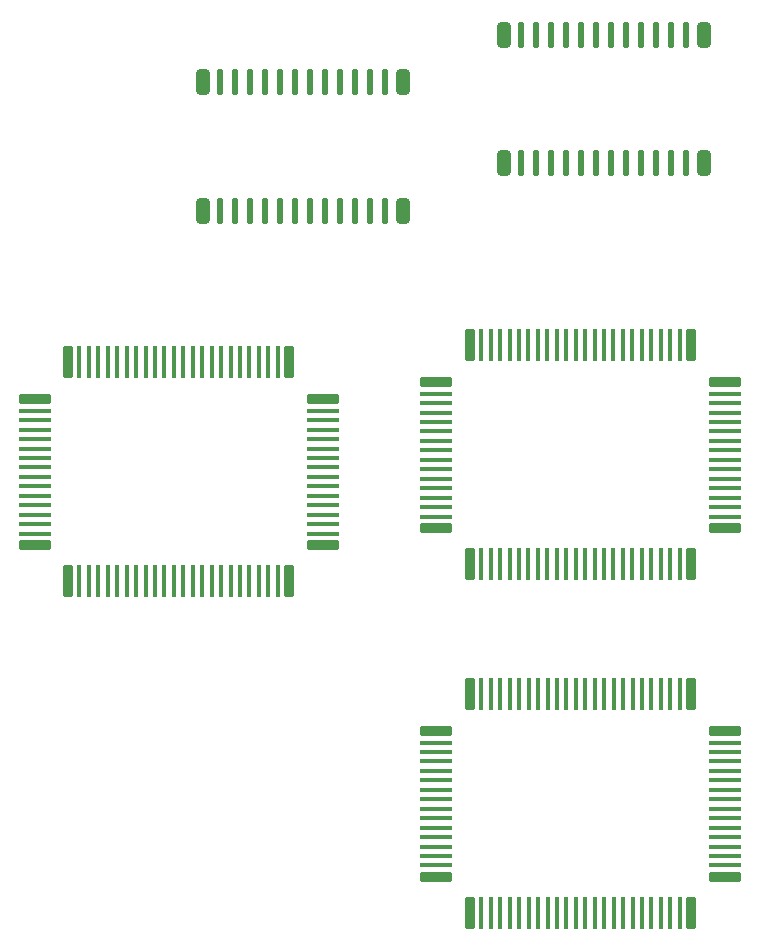
<source format=gtp>
G04 #@! TF.GenerationSoftware,KiCad,Pcbnew,7.0.7*
G04 #@! TF.CreationDate,2023-09-20T17:37:20+02:00*
G04 #@! TF.ProjectId,PCE,5043452e-6b69-4636-9164-5f7063625858,rev?*
G04 #@! TF.SameCoordinates,Original*
G04 #@! TF.FileFunction,Paste,Top*
G04 #@! TF.FilePolarity,Positive*
%FSLAX46Y46*%
G04 Gerber Fmt 4.6, Leading zero omitted, Abs format (unit mm)*
G04 Created by KiCad (PCBNEW 7.0.7) date 2023-09-20 17:37:20*
%MOMM*%
%LPD*%
G01*
G04 APERTURE LIST*
G04 Aperture macros list*
%AMRoundRect*
0 Rectangle with rounded corners*
0 $1 Rounding radius*
0 $2 $3 $4 $5 $6 $7 $8 $9 X,Y pos of 4 corners*
0 Add a 4 corners polygon primitive as box body*
4,1,4,$2,$3,$4,$5,$6,$7,$8,$9,$2,$3,0*
0 Add four circle primitives for the rounded corners*
1,1,$1+$1,$2,$3*
1,1,$1+$1,$4,$5*
1,1,$1+$1,$6,$7*
1,1,$1+$1,$8,$9*
0 Add four rect primitives between the rounded corners*
20,1,$1+$1,$2,$3,$4,$5,0*
20,1,$1+$1,$4,$5,$6,$7,0*
20,1,$1+$1,$6,$7,$8,$9,0*
20,1,$1+$1,$8,$9,$2,$3,0*%
G04 Aperture macros list end*
%ADD10RoundRect,0.207500X-0.207500X-1.181875X0.207500X-1.181875X0.207500X1.181875X-0.207500X1.181875X0*%
%ADD11RoundRect,0.103750X-0.103750X-1.285625X0.103750X-1.285625X0.103750X1.285625X-0.103750X1.285625X0*%
%ADD12RoundRect,0.207500X1.181875X-0.207500X1.181875X0.207500X-1.181875X0.207500X-1.181875X-0.207500X0*%
%ADD13RoundRect,0.103750X1.285625X-0.103750X1.285625X0.103750X-1.285625X0.103750X-1.285625X-0.103750X0*%
%ADD14RoundRect,0.285000X-0.285000X-0.793750X0.285000X-0.793750X0.285000X0.793750X-0.285000X0.793750X0*%
%ADD15RoundRect,0.142500X-0.142500X-0.936250X0.142500X-0.936250X0.142500X0.936250X-0.142500X0.936250X0*%
G04 APERTURE END LIST*
D10*
X117642600Y-82836000D03*
D11*
X118582600Y-82836000D03*
X119382600Y-82836000D03*
X120182600Y-82836000D03*
X120982600Y-82836000D03*
X121782600Y-82836000D03*
X122582600Y-82836000D03*
X123382600Y-82836000D03*
X124182600Y-82836000D03*
X124982600Y-82836000D03*
X125782600Y-82836000D03*
X126582600Y-82836000D03*
X127382600Y-82836000D03*
X128182600Y-82836000D03*
X128982600Y-82836000D03*
X129782600Y-82836000D03*
X130582600Y-82836000D03*
X131382600Y-82836000D03*
X132182600Y-82836000D03*
X132982600Y-82836000D03*
X133782600Y-82836000D03*
X134582600Y-82836000D03*
X135382600Y-82836000D03*
D10*
X136362600Y-82836000D03*
D12*
X139212600Y-79756000D03*
D13*
X139212600Y-78816000D03*
X139212600Y-78016000D03*
X139212600Y-77216000D03*
X139212600Y-76416000D03*
X139212600Y-75616000D03*
X139212600Y-74816000D03*
X139212600Y-74016000D03*
X139212600Y-73216000D03*
X139212600Y-72416000D03*
X139212600Y-71616000D03*
X139212600Y-70816000D03*
X139212600Y-70016000D03*
X139212600Y-69216000D03*
X139212600Y-68416000D03*
D12*
X139212600Y-67416000D03*
D10*
X136362600Y-64296000D03*
D11*
X135382600Y-64296000D03*
X134582600Y-64296000D03*
X133782600Y-64296000D03*
X132982600Y-64296000D03*
X132182600Y-64296000D03*
X131382600Y-64296000D03*
X130582600Y-64296000D03*
X129782600Y-64296000D03*
X128982600Y-64296000D03*
X128182600Y-64296000D03*
X127382600Y-64296000D03*
X126582600Y-64296000D03*
X125782600Y-64296000D03*
X124982600Y-64296000D03*
X124182600Y-64296000D03*
X123382600Y-64296000D03*
X122582600Y-64296000D03*
X121782600Y-64296000D03*
X120982600Y-64296000D03*
X120182600Y-64296000D03*
X119382600Y-64296000D03*
X118582600Y-64296000D03*
D10*
X117642600Y-64296000D03*
D12*
X114782600Y-67416000D03*
D13*
X114782600Y-68416000D03*
X114782600Y-69216000D03*
X114782600Y-70016000D03*
X114782600Y-70816000D03*
X114782600Y-71616000D03*
X114782600Y-72416000D03*
X114782600Y-73216000D03*
X114782600Y-74016000D03*
X114782600Y-74816000D03*
X114782600Y-75616000D03*
X114782600Y-76416000D03*
X114782600Y-77216000D03*
X114782600Y-78016000D03*
X114782600Y-78816000D03*
D12*
X114782600Y-79756000D03*
D10*
X151677000Y-110928400D03*
D11*
X152617000Y-110928400D03*
X153417000Y-110928400D03*
X154217000Y-110928400D03*
X155017000Y-110928400D03*
X155817000Y-110928400D03*
X156617000Y-110928400D03*
X157417000Y-110928400D03*
X158217000Y-110928400D03*
X159017000Y-110928400D03*
X159817000Y-110928400D03*
X160617000Y-110928400D03*
X161417000Y-110928400D03*
X162217000Y-110928400D03*
X163017000Y-110928400D03*
X163817000Y-110928400D03*
X164617000Y-110928400D03*
X165417000Y-110928400D03*
X166217000Y-110928400D03*
X167017000Y-110928400D03*
X167817000Y-110928400D03*
X168617000Y-110928400D03*
X169417000Y-110928400D03*
D10*
X170397000Y-110928400D03*
D12*
X173247000Y-107848400D03*
D13*
X173247000Y-106908400D03*
X173247000Y-106108400D03*
X173247000Y-105308400D03*
X173247000Y-104508400D03*
X173247000Y-103708400D03*
X173247000Y-102908400D03*
X173247000Y-102108400D03*
X173247000Y-101308400D03*
X173247000Y-100508400D03*
X173247000Y-99708400D03*
X173247000Y-98908400D03*
X173247000Y-98108400D03*
X173247000Y-97308400D03*
X173247000Y-96508400D03*
D12*
X173247000Y-95508400D03*
D10*
X170397000Y-92388400D03*
D11*
X169417000Y-92388400D03*
X168617000Y-92388400D03*
X167817000Y-92388400D03*
X167017000Y-92388400D03*
X166217000Y-92388400D03*
X165417000Y-92388400D03*
X164617000Y-92388400D03*
X163817000Y-92388400D03*
X163017000Y-92388400D03*
X162217000Y-92388400D03*
X161417000Y-92388400D03*
X160617000Y-92388400D03*
X159817000Y-92388400D03*
X159017000Y-92388400D03*
X158217000Y-92388400D03*
X157417000Y-92388400D03*
X156617000Y-92388400D03*
X155817000Y-92388400D03*
X155017000Y-92388400D03*
X154217000Y-92388400D03*
X153417000Y-92388400D03*
X152617000Y-92388400D03*
D10*
X151677000Y-92388400D03*
D12*
X148817000Y-95508400D03*
D13*
X148817000Y-96508400D03*
X148817000Y-97308400D03*
X148817000Y-98108400D03*
X148817000Y-98908400D03*
X148817000Y-99708400D03*
X148817000Y-100508400D03*
X148817000Y-101308400D03*
X148817000Y-102108400D03*
X148817000Y-102908400D03*
X148817000Y-103708400D03*
X148817000Y-104508400D03*
X148817000Y-105308400D03*
X148817000Y-106108400D03*
X148817000Y-106908400D03*
D12*
X148817000Y-107848400D03*
D14*
X154531400Y-47447200D03*
D15*
X155981400Y-47448450D03*
X157251400Y-47448450D03*
X158521400Y-47448450D03*
X159791400Y-47448450D03*
X161061400Y-47448450D03*
X162331400Y-47448450D03*
X163601400Y-47448450D03*
X164871400Y-47448450D03*
X166141400Y-47448450D03*
X167411400Y-47448450D03*
X168681400Y-47448450D03*
X169951400Y-47448450D03*
D14*
X171461400Y-47447200D03*
X171461400Y-36577200D03*
D15*
X169951400Y-36578450D03*
X168681400Y-36578450D03*
X167411400Y-36578450D03*
X166141400Y-36578450D03*
X164871400Y-36578450D03*
X163601400Y-36578450D03*
X162331400Y-36578450D03*
X161061400Y-36578450D03*
X159791400Y-36578450D03*
X158521400Y-36578450D03*
X157251400Y-36578450D03*
X155981400Y-36578450D03*
D14*
X154531400Y-36577200D03*
D10*
X151663200Y-81388200D03*
D11*
X152603200Y-81388200D03*
X153403200Y-81388200D03*
X154203200Y-81388200D03*
X155003200Y-81388200D03*
X155803200Y-81388200D03*
X156603200Y-81388200D03*
X157403200Y-81388200D03*
X158203200Y-81388200D03*
X159003200Y-81388200D03*
X159803200Y-81388200D03*
X160603200Y-81388200D03*
X161403200Y-81388200D03*
X162203200Y-81388200D03*
X163003200Y-81388200D03*
X163803200Y-81388200D03*
X164603200Y-81388200D03*
X165403200Y-81388200D03*
X166203200Y-81388200D03*
X167003200Y-81388200D03*
X167803200Y-81388200D03*
X168603200Y-81388200D03*
X169403200Y-81388200D03*
D10*
X170383200Y-81388200D03*
D12*
X173233200Y-78308200D03*
D13*
X173233200Y-77368200D03*
X173233200Y-76568200D03*
X173233200Y-75768200D03*
X173233200Y-74968200D03*
X173233200Y-74168200D03*
X173233200Y-73368200D03*
X173233200Y-72568200D03*
X173233200Y-71768200D03*
X173233200Y-70968200D03*
X173233200Y-70168200D03*
X173233200Y-69368200D03*
X173233200Y-68568200D03*
X173233200Y-67768200D03*
X173233200Y-66968200D03*
D12*
X173233200Y-65968200D03*
D10*
X170383200Y-62848200D03*
D11*
X169403200Y-62848200D03*
X168603200Y-62848200D03*
X167803200Y-62848200D03*
X167003200Y-62848200D03*
X166203200Y-62848200D03*
X165403200Y-62848200D03*
X164603200Y-62848200D03*
X163803200Y-62848200D03*
X163003200Y-62848200D03*
X162203200Y-62848200D03*
X161403200Y-62848200D03*
X160603200Y-62848200D03*
X159803200Y-62848200D03*
X159003200Y-62848200D03*
X158203200Y-62848200D03*
X157403200Y-62848200D03*
X156603200Y-62848200D03*
X155803200Y-62848200D03*
X155003200Y-62848200D03*
X154203200Y-62848200D03*
X153403200Y-62848200D03*
X152603200Y-62848200D03*
D10*
X151663200Y-62848200D03*
D12*
X148803200Y-65968200D03*
D13*
X148803200Y-66968200D03*
X148803200Y-67768200D03*
X148803200Y-68568200D03*
X148803200Y-69368200D03*
X148803200Y-70168200D03*
X148803200Y-70968200D03*
X148803200Y-71768200D03*
X148803200Y-72568200D03*
X148803200Y-73368200D03*
X148803200Y-74168200D03*
X148803200Y-74968200D03*
X148803200Y-75768200D03*
X148803200Y-76568200D03*
X148803200Y-77368200D03*
D12*
X148803200Y-78308200D03*
D14*
X129018400Y-51484600D03*
D15*
X130468400Y-51485850D03*
X131738400Y-51485850D03*
X133008400Y-51485850D03*
X134278400Y-51485850D03*
X135548400Y-51485850D03*
X136818400Y-51485850D03*
X138088400Y-51485850D03*
X139358400Y-51485850D03*
X140628400Y-51485850D03*
X141898400Y-51485850D03*
X143168400Y-51485850D03*
X144438400Y-51485850D03*
D14*
X145948400Y-51484600D03*
X145948400Y-40614600D03*
D15*
X144438400Y-40615850D03*
X143168400Y-40615850D03*
X141898400Y-40615850D03*
X140628400Y-40615850D03*
X139358400Y-40615850D03*
X138088400Y-40615850D03*
X136818400Y-40615850D03*
X135548400Y-40615850D03*
X134278400Y-40615850D03*
X133008400Y-40615850D03*
X131738400Y-40615850D03*
X130468400Y-40615850D03*
D14*
X129018400Y-40614600D03*
M02*

</source>
